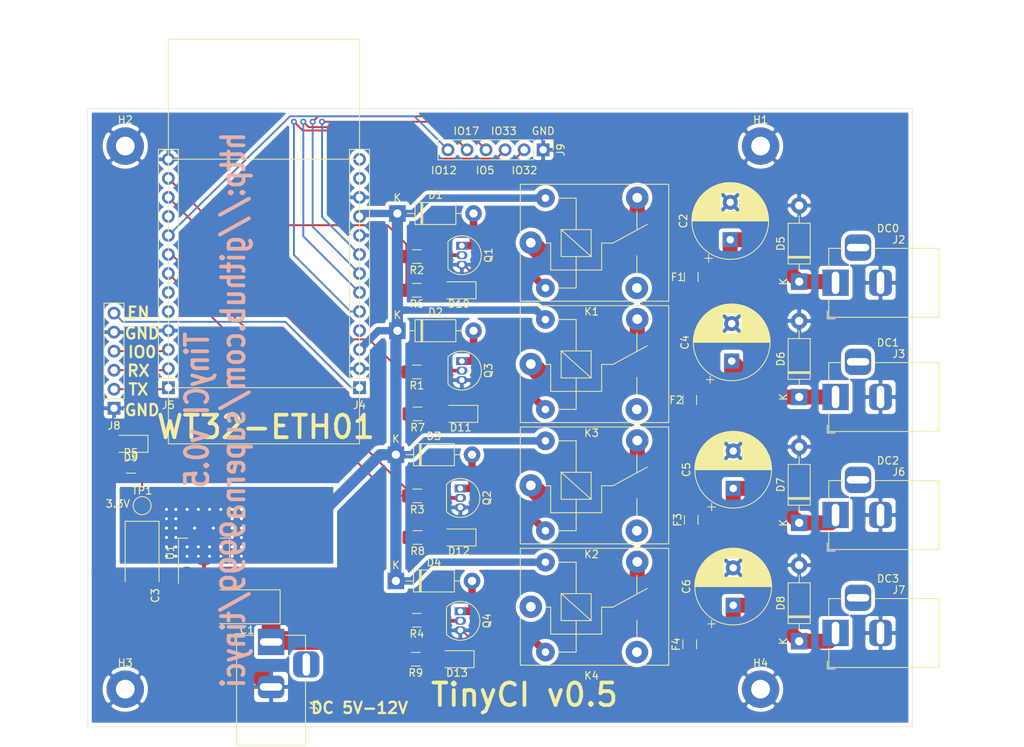
<source format=kicad_pcb>
(kicad_pcb (version 20171130) (host pcbnew 5.1.5+dfsg1-2build2)
  (layers (0 F.Cu signal) (31 B.Cu signal) (34 B.Paste user) (35 F.Paste user) (36 B.SilkS user) (37 F.SilkS user) (38 B.Mask user) (39 F.Mask user) (44 Edge.Cuts user))
  (net 0 "")
  (net 1 GND)
  (net 2 VDC)
  (net 3 /COIL_1_1)
  (net 4 /COIL_1_2)
  (net 5 /COIL_1_3)
  (net 6 /COIL_1_4)
  (net 7 /IO17)
  (net 8 /IO5)
  (net 9 /EN)
  (net 10 /IO14)
  (net 11 /IO15)
  (net 12 "Net-(Q1-Pad2)")
  (net 13 "Net-(Q2-Pad2)")
  (net 14 "Net-(Q3-Pad2)")
  (net 15 "Net-(Q4-Pad2)")
  (net 16 "Net-(C2-Pad1)")
  (net 17 "Net-(C4-Pad1)")
  (net 18 "Net-(C5-Pad1)")
  (net 19 "Net-(C6-Pad1)")
  (net 20 +3V3)
  (net 21 /NO_1)
  (net 22 /NO_2)
  (net 23 /NO_3)
  (net 24 /NO_4)
  (net 25 "Net-(J4-Pad13)")
  (net 26 "Net-(J4-Pad12)")
  (net 27 /485_EN)
  (net 28 /CFG)
  (net 29 "Net-(J4-Pad4)")
  (net 30 /IO2)
  (net 31 /IO4)
  (net 32 /IO35)
  (net 33 /IO12)
  (net 34 /IO36)
  (net 35 /IO39)
  (net 36 /IO0)
  (net 37 /IO3)
  (net 38 /IO1)
  (net 39 "Net-(K1-Pad3)")
  (net 40 "Net-(K2-Pad3)")
  (net 41 "Net-(K3-Pad3)")
  (net 42 "Net-(K4-Pad3)")
  (net 43 "Net-(D9-Pad2)")
  (net 44 "Net-(D10-Pad2)")
  (net 45 "Net-(D11-Pad2)")
  (net 46 "Net-(D12-Pad2)")
  (net 47 "Net-(D13-Pad2)")
  (module Resistor_SMD:R_1206_3216Metric (layer F.Cu) (at 131.25 121 180)
    (fp_text reference R9 (at 0 -1.82) (layer F.SilkS))
    (fp_text value 220R)
    (pad 2 smd roundrect (at 1.4 0 180) (size 1.25 1.75) (layers F.Cu F.Paste F.Mask) (roundrect_rratio 0.2) (net 11 /IO15))
    (pad 1 smd roundrect (at -1.4 0 180) (size 1.25 1.75) (layers F.Cu F.Paste F.Mask) (roundrect_rratio 0.2) (net 47 "Net-(D13-Pad2)"))
  )
  (module Resistor_SMD:R_1206_3216Metric (layer F.Cu) (at 131.5 104.75 180)
    (fp_text reference R8 (at 0 -1.82) (layer F.SilkS))
    (fp_text value 220R)
    (pad 2 smd roundrect (at 1.4 0 180) (size 1.25 1.75) (layers F.Cu F.Paste F.Mask) (roundrect_rratio 0.2) (net 10 /IO14))
    (pad 1 smd roundrect (at -1.4 0 180) (size 1.25 1.75) (layers F.Cu F.Paste F.Mask) (roundrect_rratio 0.2) (net 46 "Net-(D12-Pad2)"))
  )
  (module Resistor_SMD:R_1206_3216Metric (layer F.Cu) (at 131.5 88.25 180)
    (fp_text reference R7 (at 0 -1.82) (layer F.SilkS))
    (fp_text value 220R)
    (pad 2 smd roundrect (at 1.4 0 180) (size 1.25 1.75) (layers F.Cu F.Paste F.Mask) (roundrect_rratio 0.2) (net 31 /IO4))
    (pad 1 smd roundrect (at -1.4 0 180) (size 1.25 1.75) (layers F.Cu F.Paste F.Mask) (roundrect_rratio 0.2) (net 45 "Net-(D11-Pad2)"))
  )
  (module Resistor_SMD:R_1206_3216Metric (layer F.Cu) (at 131.4 71.75 180)
    (fp_text reference R6 (at 0 -1.82) (layer F.SilkS))
    (fp_text value 220R)
    (pad 2 smd roundrect (at 1.4 0 180) (size 1.25 1.75) (layers F.Cu F.Paste F.Mask) (roundrect_rratio 0.2) (net 30 /IO2))
    (pad 1 smd roundrect (at -1.4 0 180) (size 1.25 1.75) (layers F.Cu F.Paste F.Mask) (roundrect_rratio 0.2) (net 44 "Net-(D10-Pad2)"))
  )
  (module Resistor_SMD:R_1206_3216Metric (layer F.Cu) (at 93.25 95.25)
    (fp_text reference R5 (at 0 -1.82) (layer F.SilkS))
    (fp_text value 220R)
    (pad 2 smd roundrect (at 1.4 0) (size 1.25 1.75) (layers F.Cu F.Paste F.Mask) (roundrect_rratio 0.2) (net 20 +3V3))
    (pad 1 smd roundrect (at -1.4 0) (size 1.25 1.75) (layers F.Cu F.Paste F.Mask) (roundrect_rratio 0.2) (net 43 "Net-(D9-Pad2)"))
  )
  (module LED_SMD:LED_1206_3216Metric (layer F.Cu) (at 136.75 121 180)
    (fp_text reference D13 (at 0 -1.82) (layer F.SilkS))
    (fp_text value LED)
    (pad 2 smd roundrect (at 1.4 0 180) (size 1.25 1.75) (layers F.Cu F.Paste F.Mask) (roundrect_rratio 0.2) (net 47 "Net-(D13-Pad2)"))
    (pad 1 smd roundrect (at -1.4 0 180) (size 1.25 1.75) (layers F.Cu F.Paste F.Mask) (roundrect_rratio 0.2) (net 1 GND))
  )
  (module LED_SMD:LED_1206_3216Metric (layer F.Cu) (at 137 104.75 180)
    (fp_text reference D12 (at 0 -1.82) (layer F.SilkS))
    (fp_text value LED)
    (pad 2 smd roundrect (at 1.4 0 180) (size 1.25 1.75) (layers F.Cu F.Paste F.Mask) (roundrect_rratio 0.2) (net 46 "Net-(D12-Pad2)"))
    (pad 1 smd roundrect (at -1.4 0 180) (size 1.25 1.75) (layers F.Cu F.Paste F.Mask) (roundrect_rratio 0.2) (net 1 GND))
  )
  (module LED_SMD:LED_1206_3216Metric (layer F.Cu) (at 137.25 88.25 180)
    (fp_text reference D11 (at 0 -1.82) (layer F.SilkS))
    (fp_text value LED)
    (pad 2 smd roundrect (at 1.4 0 180) (size 1.25 1.75) (layers F.Cu F.Paste F.Mask) (roundrect_rratio 0.2) (net 45 "Net-(D11-Pad2)"))
    (pad 1 smd roundrect (at -1.4 0 180) (size 1.25 1.75) (layers F.Cu F.Paste F.Mask) (roundrect_rratio 0.2) (net 1 GND))
  )
  (module LED_SMD:LED_1206_3216Metric (layer F.Cu) (at 137 71.75 180)
    (fp_text reference D10 (at 0 -1.82) (layer F.SilkS))
    (fp_text value LED)
    (pad 2 smd roundrect (at 1.4 0 180) (size 1.25 1.75) (layers F.Cu F.Paste F.Mask) (roundrect_rratio 0.2) (net 44 "Net-(D10-Pad2)"))
    (pad 1 smd roundrect (at -1.4 0 180) (size 1.25 1.75) (layers F.Cu F.Paste F.Mask) (roundrect_rratio 0.2) (net 1 GND))
  )
  (module LED_SMD:LED_1206_3216Metric (layer F.Cu) (at 93.25 92.25 180)
    (fp_text reference D9 (at 0 -1.82) (layer F.SilkS))
    (fp_text value LED)
    (pad 2 smd roundrect (at 1.4 0 180) (size 1.25 1.75) (layers F.Cu F.Paste F.Mask) (roundrect_rratio 0.2) (net 43 "Net-(D9-Pad2)"))
    (pad 1 smd roundrect (at -1.4 0 180) (size 1.25 1.75) (layers F.Cu F.Paste F.Mask) (roundrect_rratio 0.2) (net 1 GND))
  )
  (module Connector_PinHeader_2.54mm:PinHeader_1x06_P2.54mm_Vertical (layer F.Cu) (at 148.25 53 270)
    (fp_text reference J9 (at 0 -2.33 90) (layer F.SilkS))
    (fp_text value Conn_01x06_Male)
    (pad 6 thru_hole oval (at 0 12.7 270) (size 1.7 1.7) (drill 1) (layers *.Cu *.Mask) (net 33 /IO12))
    (pad 5 thru_hole oval (at 0 10.16 270) (size 1.7 1.7) (drill 1) (layers *.Cu *.Mask) (net 7 /IO17))
    (pad 4 thru_hole oval (at 0 7.62 270) (size 1.7 1.7) (drill 1) (layers *.Cu *.Mask) (net 8 /IO5))
    (pad 3 thru_hole oval (at 0 5.08 270) (size 1.7 1.7) (drill 1) (layers *.Cu *.Mask) (net 27 /485_EN))
    (pad 2 thru_hole oval (at 0 2.54 270) (size 1.7 1.7) (drill 1) (layers *.Cu *.Mask) (net 28 /CFG))
    (pad 1 thru_hole rect (at 0 0 270) (size 1.7 1.7) (drill 1) (layers *.Cu *.Mask) (net 1 GND))
  )
  (module Connector_PinHeader_2.54mm:PinHeader_1x06_P2.54mm_Vertical (layer F.Cu) (at 91 87.5 180)
    (fp_text reference J8 (at 0 -2.33) (layer F.SilkS))
    (fp_text value Conn_01x06_Male)
    (pad 6 thru_hole oval (at 0 12.7 180) (size 1.7 1.7) (drill 1) (layers *.Cu *.Mask) (net 9 /EN))
    (pad 5 thru_hole oval (at 0 10.16 180) (size 1.7 1.7) (drill 1) (layers *.Cu *.Mask) (net 1 GND))
    (pad 4 thru_hole oval (at 0 7.62 180) (size 1.7 1.7) (drill 1) (layers *.Cu *.Mask) (net 36 /IO0))
    (pad 3 thru_hole oval (at 0 5.08 180) (size 1.7 1.7) (drill 1) (layers *.Cu *.Mask) (net 37 /IO3))
    (pad 2 thru_hole oval (at 0 2.54 180) (size 1.7 1.7) (drill 1) (layers *.Cu *.Mask) (net 38 /IO1))
    (pad 1 thru_hole rect (at 0 0 180) (size 1.7 1.7) (drill 1) (layers *.Cu *.Mask) (net 1 GND))
  )
  (module Connector_PinHeader_2.54mm:PinHeader_1x13_P2.54mm_Vertical (layer F.Cu) (at 98.25 84.75 180)
    (fp_text reference J5 (at 0 -2.33) (layer F.SilkS))
    (fp_text value Conn_01x13_Male)
    (pad 13 thru_hole oval (at 0 30.48 180) (size 1.7 1.7) (drill 1) (layers *.Cu *.Mask) (net 1 GND))
    (pad 12 thru_hole oval (at 0 27.94 180) (size 1.7 1.7) (drill 1) (layers *.Cu *.Mask) (net 30 /IO2))
    (pad 11 thru_hole oval (at 0 25.4 180) (size 1.7 1.7) (drill 1) (layers *.Cu *.Mask) (net 31 /IO4))
    (pad 10 thru_hole oval (at 0 22.86 180) (size 1.7 1.7) (drill 1) (layers *.Cu *.Mask) (net 32 /IO35))
    (pad 9 thru_hole oval (at 0 20.32 180) (size 1.7 1.7) (drill 1) (layers *.Cu *.Mask) (net 33 /IO12))
    (pad 8 thru_hole oval (at 0 17.78 180) (size 1.7 1.7) (drill 1) (layers *.Cu *.Mask) (net 10 /IO14))
    (pad 7 thru_hole oval (at 0 15.24 180) (size 1.7 1.7) (drill 1) (layers *.Cu *.Mask) (net 11 /IO15))
    (pad 6 thru_hole oval (at 0 12.7 180) (size 1.7 1.7) (drill 1) (layers *.Cu *.Mask) (net 34 /IO36))
    (pad 5 thru_hole oval (at 0 10.16 180) (size 1.7 1.7) (drill 1) (layers *.Cu *.Mask) (net 35 /IO39))
    (pad 4 thru_hole oval (at 0 7.62 180) (size 1.7 1.7) (drill 1) (layers *.Cu *.Mask) (net 1 GND))
    (pad 3 thru_hole oval (at 0 5.08 180) (size 1.7 1.7) (drill 1) (layers *.Cu *.Mask) (net 36 /IO0))
    (pad 2 thru_hole oval (at 0 2.54 180) (size 1.7 1.7) (drill 1) (layers *.Cu *.Mask) (net 37 /IO3))
    (pad 1 thru_hole rect (at 0 0 180) (size 1.7 1.7) (drill 1) (layers *.Cu *.Mask) (net 38 /IO1))
  )
  (module Connector_PinHeader_2.54mm:PinHeader_1x13_P2.54mm_Vertical (layer F.Cu) (at 123.75 84.75 180)
    (fp_text reference J4 (at 0 -2.33) (layer F.SilkS))
    (fp_text value Conn_01x13_Male)
    (pad 13 thru_hole oval (at 0 30.48 180) (size 1.7 1.7) (drill 1) (layers *.Cu *.Mask) (net 25 "Net-(J4-Pad13)"))
    (pad 12 thru_hole oval (at 0 27.94 180) (size 1.7 1.7) (drill 1) (layers *.Cu *.Mask) (net 26 "Net-(J4-Pad12)"))
    (pad 11 thru_hole oval (at 0 25.4 180) (size 1.7 1.7) (drill 1) (layers *.Cu *.Mask) (net 1 GND))
    (pad 10 thru_hole oval (at 0 22.86 180) (size 1.7 1.7) (drill 1) (layers *.Cu *.Mask) (net 20 +3V3))
    (pad 9 thru_hole oval (at 0 20.32 180) (size 1.7 1.7) (drill 1) (layers *.Cu *.Mask) (net 1 GND))
    (pad 8 thru_hole oval (at 0 17.78 180) (size 1.7 1.7) (drill 1) (layers *.Cu *.Mask) (net 7 /IO17))
    (pad 7 thru_hole oval (at 0 15.24 180) (size 1.7 1.7) (drill 1) (layers *.Cu *.Mask) (net 8 /IO5))
    (pad 6 thru_hole oval (at 0 12.7 180) (size 1.7 1.7) (drill 1) (layers *.Cu *.Mask) (net 27 /485_EN))
    (pad 5 thru_hole oval (at 0 10.16 180) (size 1.7 1.7) (drill 1) (layers *.Cu *.Mask) (net 28 /CFG))
    (pad 4 thru_hole oval (at 0 7.62 180) (size 1.7 1.7) (drill 1) (layers *.Cu *.Mask) (net 29 "Net-(J4-Pad4)"))
    (pad 3 thru_hole oval (at 0 5.08 180) (size 1.7 1.7) (drill 1) (layers *.Cu *.Mask) (net 20 +3V3))
    (pad 2 thru_hole oval (at 0 2.54 180) (size 1.7 1.7) (drill 1) (layers *.Cu *.Mask) (net 1 GND))
    (pad 1 thru_hole rect (at 0 0 180) (size 1.7 1.7) (drill 1) (layers *.Cu *.Mask) (net 9 /EN))
  )
  (module Package_TO_SOT_SMD:SOT-223-3_TabPin2 (layer F.Cu) (at 103 106.75 90)
    (fp_text reference U1 (at 0 -4.5 90) (layer F.SilkS))
    (fp_text value AMS1117-3.3)
    (pad 1 smd rect (at -3.15 -2.3 90) (size 2 1.5) (layers F.Cu F.Paste F.Mask) (net 1 GND))
    (pad 3 smd rect (at -3.15 2.3 90) (size 2 1.5) (layers F.Cu F.Paste F.Mask) (net 2 VDC))
    (pad 2 smd rect (at -3.15 0 90) (size 2 1.5) (layers F.Cu F.Paste F.Mask) (net 20 +3V3))
    (pad 2 smd rect (at 3.15 0 90) (size 2 3.8) (layers F.Cu F.Paste F.Mask) (net 20 +3V3))
  )
  (module TestPoint:TestPoint_Pad_D2.0mm (layer F.Cu) (at 94.75 100.5)
    (fp_text reference TP1 (at 0 -1.998) (layer F.SilkS))
    (fp_text value TestPoint)
    (pad 1 smd circle (at 0 0) (size 2 2) (layers F.Cu F.Mask) (net 20 +3V3))
  )
  (module MountingHole:MountingHole_2.5mm_Pad (layer F.Cu) (at 177.25 125)
    (fp_text reference H4 (at 0 -3.5) (layer F.SilkS))
    (fp_text value MountingHole_Pad)
    (pad 1 thru_hole circle (at 0 0) (size 5 5) (drill 2.5) (layers *.Cu *.Mask) (net 1 GND))
  )
  (module MountingHole:MountingHole_2.5mm_Pad (layer F.Cu) (at 92.5 125)
    (fp_text reference H3 (at 0 -3.5) (layer F.SilkS))
    (fp_text value MountingHole_Pad)
    (pad 1 thru_hole circle (at 0 0) (size 5 5) (drill 2.5) (layers *.Cu *.Mask) (net 1 GND))
  )
  (module MountingHole:MountingHole_2.5mm_Pad (layer F.Cu) (at 92.5 52.5)
    (fp_text reference H2 (at 0 -3.5) (layer F.SilkS))
    (fp_text value MountingHole_Pad)
    (pad 1 thru_hole circle (at 0 0) (size 5 5) (drill 2.5) (layers *.Cu *.Mask) (net 1 GND))
  )
  (module MountingHole:MountingHole_2.5mm_Pad (layer F.Cu) (at 177.25 52.5)
    (fp_text reference H1 (at 0 -3.5) (layer F.SilkS))
    (fp_text value MountingHole_Pad)
    (pad 1 thru_hole circle (at 0 0) (size 5 5) (drill 2.5) (layers *.Cu *.Mask) (net 1 GND))
  )
  (module Capacitor_Tantalum_SMD:CP_EIA-7343-31_Kemet-D (layer F.Cu) (at 94.75 107 270)
    (fp_text reference C3 (at 5.5 -1.75 90) (layer F.SilkS))
    (fp_text value 10uF)
    (pad 2 smd roundrect (at 3.1125 0 270) (size 2.075 2.55) (layers F.Cu F.Paste F.Mask) (roundrect_rratio 0.120482) (net 1 GND))
    (pad 1 smd roundrect (at -3.1125 0 270) (size 2.075 2.55) (layers F.Cu F.Paste F.Mask) (roundrect_rratio 0.120482) (net 20 +3V3))
  )
  (module Capacitor_Tantalum_SMD:CP_EIA-7343-31_Kemet-D (layer F.Cu) (at 108.75 114 180)
    (fp_text reference C1 (at 0 -3.1) (layer F.SilkS))
    (fp_text value 10uF)
    (pad 2 smd roundrect (at 3.1125 0 180) (size 2.075 2.55) (layers F.Cu F.Paste F.Mask) (roundrect_rratio 0.120482) (net 1 GND))
    (pad 1 smd roundrect (at -3.1125 0 180) (size 2.075 2.55) (layers F.Cu F.Paste F.Mask) (roundrect_rratio 0.120482) (net 2 VDC))
  )
  (module Connector_BarrelJack:BarrelJack_Horizontal (layer F.Cu) (at 187.25 86 180)
    (fp_text reference J3 (at -8.45 5.75) (layer F.SilkS))
    (fp_text value Jack-DC)
    (pad 3 thru_hole roundrect (at -3 4.7 180) (size 3.5 3.5) (drill oval 3 1) (layers *.Cu *.Mask))
    (pad 2 thru_hole roundrect (at -6 0 180) (size 3 3.5) (drill oval 1 3) (layers *.Cu *.Mask) (net 1 GND))
    (pad 1 thru_hole rect (at 0 0 180) (size 3.5 3.5) (drill oval 1 3) (layers *.Cu *.Mask) (net 17 "Net-(C4-Pad1)"))
  )
  (module Package_TO_SOT_THT:TO-92_Inline (layer F.Cu) (at 137.2 114.6 270)
    (fp_text reference Q4 (at 1.27 -3.56 90) (layer F.SilkS))
    (fp_text value BC337)
    (pad 1 thru_hole rect (at 0 0 270) (size 1.05 1.5) (drill 0.75) (layers *.Cu *.Mask) (net 6 /COIL_1_4))
    (pad 3 thru_hole oval (at 2.54 0 270) (size 1.05 1.5) (drill 0.75) (layers *.Cu *.Mask) (net 1 GND))
    (pad 2 thru_hole oval (at 1.27 0 270) (size 1.05 1.5) (drill 0.75) (layers *.Cu *.Mask) (net 15 "Net-(Q4-Pad2)"))
  )
  (module Package_TO_SOT_THT:TO-92_Inline (layer F.Cu) (at 137.4 81.2 270)
    (fp_text reference Q3 (at 1.27 -3.56 90) (layer F.SilkS))
    (fp_text value BC337)
    (pad 1 thru_hole rect (at 0 0 270) (size 1.05 1.5) (drill 0.75) (layers *.Cu *.Mask) (net 4 /COIL_1_2))
    (pad 3 thru_hole oval (at 2.54 0 270) (size 1.05 1.5) (drill 0.75) (layers *.Cu *.Mask) (net 1 GND))
    (pad 2 thru_hole oval (at 1.27 0 270) (size 1.05 1.5) (drill 0.75) (layers *.Cu *.Mask) (net 14 "Net-(Q3-Pad2)"))
  )
  (module Package_TO_SOT_THT:TO-92_Inline (layer F.Cu) (at 137.2 98.2 270)
    (fp_text reference Q2 (at 1.27 -3.56 90) (layer F.SilkS))
    (fp_text value BC337)
    (pad 1 thru_hole rect (at 0 0 270) (size 1.05 1.5) (drill 0.75) (layers *.Cu *.Mask) (net 5 /COIL_1_3))
    (pad 3 thru_hole oval (at 2.54 0 270) (size 1.05 1.5) (drill 0.75) (layers *.Cu *.Mask) (net 1 GND))
    (pad 2 thru_hole oval (at 1.27 0 270) (size 1.05 1.5) (drill 0.75) (layers *.Cu *.Mask) (net 13 "Net-(Q2-Pad2)"))
  )
  (module Package_TO_SOT_THT:TO-92_Inline (layer F.Cu) (at 137.4 65.8 270)
    (fp_text reference Q1 (at 1.27 -3.56 90) (layer F.SilkS))
    (fp_text value BC337)
    (pad 1 thru_hole rect (at 0 0 270) (size 1.05 1.5) (drill 0.75) (layers *.Cu *.Mask) (net 3 /COIL_1_1))
    (pad 3 thru_hole oval (at 2.54 0 270) (size 1.05 1.5) (drill 0.75) (layers *.Cu *.Mask) (net 1 GND))
    (pad 2 thru_hole oval (at 1.27 0 270) (size 1.05 1.5) (drill 0.75) (layers *.Cu *.Mask) (net 12 "Net-(Q1-Pad2)"))
  )
  (module Relay_THT:Relay_SPDT_SANYOU_SRD_Series_Form_C (layer F.Cu) (at 146.6 114)
    (fp_text reference K4 (at 8.1 9.2) (layer F.SilkS))
    (fp_text value SANYOU_SRD_Form_C)
    (pad 1 thru_hole circle (at 0 0 90) (size 3 3) (drill 1.3) (layers *.Cu *.Mask) (net 2 VDC))
    (pad 5 thru_hole circle (at 1.95 -5.95 90) (size 2.5 2.5) (drill 1) (layers *.Cu *.Mask) (net 20 +3V3))
    (pad 4 thru_hole circle (at 14.2 -6 90) (size 3 3) (drill 1.3) (layers *.Cu *.Mask) (net 24 /NO_4))
    (pad 3 thru_hole circle (at 14.15 6.05 90) (size 3 3) (drill 1.3) (layers *.Cu *.Mask) (net 42 "Net-(K4-Pad3)"))
    (pad 2 thru_hole circle (at 1.95 6.05 90) (size 2.5 2.5) (drill 1) (layers *.Cu *.Mask) (net 6 /COIL_1_4))
  )
  (module Relay_THT:Relay_SPDT_SANYOU_SRD_Series_Form_C (layer F.Cu) (at 146.6 81.6)
    (fp_text reference K3 (at 8.1 9.2) (layer F.SilkS))
    (fp_text value SANYOU_SRD_Form_C)
    (pad 1 thru_hole circle (at 0 0 90) (size 3 3) (drill 1.3) (layers *.Cu *.Mask) (net 2 VDC))
    (pad 5 thru_hole circle (at 1.95 -5.95 90) (size 2.5 2.5) (drill 1) (layers *.Cu *.Mask) (net 20 +3V3))
    (pad 4 thru_hole circle (at 14.2 -6 90) (size 3 3) (drill 1.3) (layers *.Cu *.Mask) (net 22 /NO_2))
    (pad 3 thru_hole circle (at 14.15 6.05 90) (size 3 3) (drill 1.3) (layers *.Cu *.Mask) (net 41 "Net-(K3-Pad3)"))
    (pad 2 thru_hole circle (at 1.95 6.05 90) (size 2.5 2.5) (drill 1) (layers *.Cu *.Mask) (net 4 /COIL_1_2))
  )
  (module Relay_THT:Relay_SPDT_SANYOU_SRD_Series_Form_C (layer F.Cu) (at 146.6 97.8)
    (fp_text reference K2 (at 8.1 9.2) (layer F.SilkS))
    (fp_text value SANYOU_SRD_Form_C)
    (pad 1 thru_hole circle (at 0 0 90) (size 3 3) (drill 1.3) (layers *.Cu *.Mask) (net 2 VDC))
    (pad 5 thru_hole circle (at 1.95 -5.95 90) (size 2.5 2.5) (drill 1) (layers *.Cu *.Mask) (net 20 +3V3))
    (pad 4 thru_hole circle (at 14.2 -6 90) (size 3 3) (drill 1.3) (layers *.Cu *.Mask) (net 23 /NO_3))
    (pad 3 thru_hole circle (at 14.15 6.05 90) (size 3 3) (drill 1.3) (layers *.Cu *.Mask) (net 40 "Net-(K2-Pad3)"))
    (pad 2 thru_hole circle (at 1.95 6.05 90) (size 2.5 2.5) (drill 1) (layers *.Cu *.Mask) (net 5 /COIL_1_3))
  )
  (module Relay_THT:Relay_SPDT_SANYOU_SRD_Series_Form_C (layer F.Cu) (at 146.6 65.4)
    (fp_text reference K1 (at 8.1 9.2) (layer F.SilkS))
    (fp_text value SANYOU_SRD_Form_C)
    (pad 1 thru_hole circle (at 0 0 90) (size 3 3) (drill 1.3) (layers *.Cu *.Mask) (net 2 VDC))
    (pad 5 thru_hole circle (at 1.95 -5.95 90) (size 2.5 2.5) (drill 1) (layers *.Cu *.Mask) (net 20 +3V3))
    (pad 4 thru_hole circle (at 14.2 -6 90) (size 3 3) (drill 1.3) (layers *.Cu *.Mask) (net 21 /NO_1))
    (pad 3 thru_hole circle (at 14.15 6.05 90) (size 3 3) (drill 1.3) (layers *.Cu *.Mask) (net 39 "Net-(K1-Pad3)"))
    (pad 2 thru_hole circle (at 1.95 6.05 90) (size 2.5 2.5) (drill 1) (layers *.Cu *.Mask) (net 3 /COIL_1_1))
  )
  (module Fuse:Fuse_1206_3216Metric (layer F.Cu) (at 167.8 119 90)
    (fp_text reference F4 (at 0 -1.82 90) (layer F.SilkS))
    (fp_text value Polyfuse)
    (pad 2 smd roundrect (at 1.4 0 90) (size 1.25 1.75) (layers F.Cu F.Paste F.Mask) (roundrect_rratio 0.2) (net 24 /NO_4))
    (pad 1 smd roundrect (at -1.4 0 90) (size 1.25 1.75) (layers F.Cu F.Paste F.Mask) (roundrect_rratio 0.2) (net 19 "Net-(C6-Pad1)"))
  )
  (module Fuse:Fuse_1206_3216Metric (layer F.Cu) (at 168 102.4 90)
    (fp_text reference F3 (at 0 -1.82 90) (layer F.SilkS))
    (fp_text value Polyfuse)
    (pad 2 smd roundrect (at 1.4 0 90) (size 1.25 1.75) (layers F.Cu F.Paste F.Mask) (roundrect_rratio 0.2) (net 23 /NO_3))
    (pad 1 smd roundrect (at -1.4 0 90) (size 1.25 1.75) (layers F.Cu F.Paste F.Mask) (roundrect_rratio 0.2) (net 18 "Net-(C5-Pad1)"))
  )
  (module Fuse:Fuse_1206_3216Metric (layer F.Cu) (at 167.8 86.4 90)
    (fp_text reference F2 (at 0 -1.82) (layer F.SilkS))
    (fp_text value Polyfuse)
    (pad 2 smd roundrect (at 1.4 0 90) (size 1.25 1.75) (layers F.Cu F.Paste F.Mask) (roundrect_rratio 0.2) (net 22 /NO_2))
    (pad 1 smd roundrect (at -1.4 0 90) (size 1.25 1.75) (layers F.Cu F.Paste F.Mask) (roundrect_rratio 0.2) (net 17 "Net-(C4-Pad1)"))
  )
  (module Fuse:Fuse_1206_3216Metric (layer F.Cu) (at 168 70 90)
    (fp_text reference F1 (at 0 -1.82) (layer F.SilkS))
    (fp_text value Polyfuse)
    (pad 2 smd roundrect (at 1.4 0 90) (size 1.25 1.75) (layers F.Cu F.Paste F.Mask) (roundrect_rratio 0.2) (net 21 /NO_1))
    (pad 1 smd roundrect (at -1.4 0 90) (size 1.25 1.75) (layers F.Cu F.Paste F.Mask) (roundrect_rratio 0.2) (net 16 "Net-(C2-Pad1)"))
  )
  (module Diode_THT:D_DO-41_SOD81_P10.16mm_Horizontal (layer F.Cu) (at 182.4 118.6 90)
    (fp_text reference D8 (at 5.08 -2.47 90) (layer F.SilkS))
    (fp_text value 1N4001)
    (fp_text user K (at 0 -2.1 90) (layer F.SilkS))
    (pad 2 thru_hole oval (at 10.16 0 90) (size 2.2 2.2) (drill 1.1) (layers *.Cu *.Mask) (net 1 GND))
    (pad 1 thru_hole rect (at 0 0 90) (size 2.2 2.2) (drill 1.1) (layers *.Cu *.Mask) (net 19 "Net-(C6-Pad1)"))
  )
  (module Diode_THT:D_DO-41_SOD81_P10.16mm_Horizontal (layer F.Cu) (at 182.4 102.8 90)
    (fp_text reference D7 (at 5.08 -2.47 90) (layer F.SilkS))
    (fp_text value 1N4001)
    (fp_text user K (at 0 -2.1 90) (layer F.SilkS))
    (pad 2 thru_hole oval (at 10.16 0 90) (size 2.2 2.2) (drill 1.1) (layers *.Cu *.Mask) (net 1 GND))
    (pad 1 thru_hole rect (at 0 0 90) (size 2.2 2.2) (drill 1.1) (layers *.Cu *.Mask) (net 18 "Net-(C5-Pad1)"))
  )
  (module Diode_THT:D_DO-41_SOD81_P10.16mm_Horizontal (layer F.Cu) (at 182.4 86 90)
    (fp_text reference D6 (at 5.08 -2.47 90) (layer F.SilkS))
    (fp_text value 1N4001)
    (fp_text user K (at 0 -2.1 90) (layer F.SilkS))
    (pad 2 thru_hole oval (at 10.16 0 90) (size 2.2 2.2) (drill 1.1) (layers *.Cu *.Mask) (net 1 GND))
    (pad 1 thru_hole rect (at 0 0 90) (size 2.2 2.2) (drill 1.1) (layers *.Cu *.Mask) (net 17 "Net-(C4-Pad1)"))
  )
  (module Diode_THT:D_DO-41_SOD81_P10.16mm_Horizontal (layer F.Cu) (at 182.4 70.6 90)
    (fp_text reference D5 (at 5.08 -2.47 90) (layer F.SilkS))
    (fp_text value 1N4001)
    (fp_text user K (at 0 -2.1 90) (layer F.SilkS))
    (pad 2 thru_hole oval (at 10.16 0 90) (size 2.2 2.2) (drill 1.1) (layers *.Cu *.Mask) (net 1 GND))
    (pad 1 thru_hole rect (at 0 0 90) (size 2.2 2.2) (drill 1.1) (layers *.Cu *.Mask) (net 16 "Net-(C2-Pad1)"))
  )
  (module Capacitor_THT:CP_Radial_D10.0mm_P5.00mm (layer F.Cu) (at 173.6 113.8 90)
    (fp_text reference C6 (at 2.5 -6.25 90) (layer F.SilkS))
    (fp_text value 1000uF)
    (pad 2 thru_hole circle (at 5 0 90) (size 2 2) (drill 1) (layers *.Cu *.Mask) (net 1 GND))
    (pad 1 thru_hole rect (at 0 0 90) (size 2 2) (drill 1) (layers *.Cu *.Mask) (net 19 "Net-(C6-Pad1)"))
  )
  (module Capacitor_THT:CP_Radial_D10.0mm_P5.00mm (layer F.Cu) (at 173.6 98.2 90)
    (fp_text reference C5 (at 2.5 -6.25 90) (layer F.SilkS))
    (fp_text value 1000uF)
    (pad 2 thru_hole circle (at 5 0 90) (size 2 2) (drill 1) (layers *.Cu *.Mask) (net 1 GND))
    (pad 1 thru_hole rect (at 0 0 90) (size 2 2) (drill 1) (layers *.Cu *.Mask) (net 18 "Net-(C5-Pad1)"))
  )
  (module Capacitor_THT:CP_Radial_D10.0mm_P5.00mm (layer F.Cu) (at 173.4 81.2 90)
    (fp_text reference C4 (at 2.5 -6.25 90) (layer F.SilkS))
    (fp_text value 1000uF)
    (pad 2 thru_hole circle (at 5 0 90) (size 2 2) (drill 1) (layers *.Cu *.Mask) (net 1 GND))
    (pad 1 thru_hole rect (at 0 0 90) (size 2 2) (drill 1) (layers *.Cu *.Mask) (net 17 "Net-(C4-Pad1)"))
  )
  (module Capacitor_THT:CP_Radial_D10.0mm_P5.00mm (layer F.Cu) (at 173.2 65 90)
    (fp_text reference C2 (at 2.5 -6.25 90) (layer F.SilkS))
    (fp_text value 1000uF)
    (pad 2 thru_hole circle (at 5 0 90) (size 2 2) (drill 1) (layers *.Cu *.Mask) (net 1 GND))
    (pad 1 thru_hole rect (at 0 0 90) (size 2 2) (drill 1) (layers *.Cu *.Mask) (net 16 "Net-(C2-Pad1)"))
  )
  (module Resistor_SMD:R_1206_3216Metric (layer F.Cu) (at 131.4 115.8 180)
    (fp_text reference R4 (at 0 -1.82) (layer F.SilkS))
    (fp_text value 1K)
    (pad 2 smd roundrect (at 1.4 0 180) (size 1.25 1.75) (layers F.Cu F.Paste F.Mask) (roundrect_rratio 0.2) (net 11 /IO15))
    (pad 1 smd roundrect (at -1.4 0 180) (size 1.25 1.75) (layers F.Cu F.Paste F.Mask) (roundrect_rratio 0.2) (net 15 "Net-(Q4-Pad2)"))
  )
  (module Resistor_SMD:R_1206_3216Metric (layer F.Cu) (at 131.45 99.2 180)
    (fp_text reference R3 (at 0 -1.82) (layer F.SilkS))
    (fp_text value 1K)
    (pad 2 smd roundrect (at 1.4 0 180) (size 1.25 1.75) (layers F.Cu F.Paste F.Mask) (roundrect_rratio 0.2) (net 10 /IO14))
    (pad 1 smd roundrect (at -1.4 0 180) (size 1.25 1.75) (layers F.Cu F.Paste F.Mask) (roundrect_rratio 0.2) (net 13 "Net-(Q2-Pad2)"))
  )
  (module Resistor_SMD:R_1206_3216Metric (layer F.Cu) (at 131.4 67.25 180)
    (fp_text reference R2 (at 0 -1.82) (layer F.SilkS))
    (fp_text value 1K)
    (pad 2 smd roundrect (at 1.4 0 180) (size 1.25 1.75) (layers F.Cu F.Paste F.Mask) (roundrect_rratio 0.2) (net 30 /IO2))
    (pad 1 smd roundrect (at -1.4 0 180) (size 1.25 1.75) (layers F.Cu F.Paste F.Mask) (roundrect_rratio 0.2) (net 12 "Net-(Q1-Pad2)"))
  )
  (module Resistor_SMD:R_1206_3216Metric (layer F.Cu) (at 131.4 82.65 180)
    (fp_text reference R1 (at 0 -1.82) (layer F.SilkS))
    (fp_text value 1K)
    (pad 2 smd roundrect (at 1.4 0 180) (size 1.25 1.75) (layers F.Cu F.Paste F.Mask) (roundrect_rratio 0.2) (net 31 /IO4))
    (pad 1 smd roundrect (at -1.4 0 180) (size 1.25 1.75) (layers F.Cu F.Paste F.Mask) (roundrect_rratio 0.2) (net 14 "Net-(Q3-Pad2)"))
  )
  (module Connector_BarrelJack:BarrelJack_Horizontal (layer F.Cu) (at 187.25 117.5 180)
    (fp_text reference J7 (at -8.45 5.75) (layer F.SilkS))
    (fp_text value Jack-DC)
    (pad 3 thru_hole roundrect (at -3 4.7 180) (size 3.5 3.5) (drill oval 3 1) (layers *.Cu *.Mask))
    (pad 2 thru_hole roundrect (at -6 0 180) (size 3 3.5) (drill oval 1 3) (layers *.Cu *.Mask) (net 1 GND))
    (pad 1 thru_hole rect (at 0 0 180) (size 3.5 3.5) (drill oval 1 3) (layers *.Cu *.Mask) (net 19 "Net-(C6-Pad1)"))
  )
  (module Connector_BarrelJack:BarrelJack_Horizontal (layer F.Cu) (at 187.25 101.75 180)
    (fp_text reference J6 (at -8.45 5.75) (layer F.SilkS))
    (fp_text value Jack-DC)
    (pad 3 thru_hole roundrect (at -3 4.7 180) (size 3.5 3.5) (drill oval 3 1) (layers *.Cu *.Mask))
    (pad 2 thru_hole roundrect (at -6 0 180) (size 3 3.5) (drill oval 1 3) (layers *.Cu *.Mask) (net 1 GND))
    (pad 1 thru_hole rect (at 0 0 180) (size 3.5 3.5) (drill oval 1 3) (layers *.Cu *.Mask) (net 18 "Net-(C5-Pad1)"))
  )
  (module Connector_BarrelJack:BarrelJack_Horizontal (layer F.Cu) (at 187.25 70.75 180)
    (fp_text reference J2 (at -8.45 5.75) (layer F.SilkS))
    (fp_text value Jack-DC)
    (pad 3 thru_hole roundrect (at -3 4.7 180) (size 3.5 3.5) (drill oval 3 1) (layers *.Cu *.Mask))
    (pad 2 thru_hole roundrect (at -6 0 180) (size 3 3.5) (drill oval 1 3) (layers *.Cu *.Mask) (net 1 GND))
    (pad 1 thru_hole rect (at 0 0 180) (size 3.5 3.5) (drill oval 1 3) (layers *.Cu *.Mask) (net 16 "Net-(C2-Pad1)"))
  )
  (module Connector_BarrelJack:BarrelJack_Horizontal (layer F.Cu) (at 111.95 118.7 90)
    (fp_text reference J1 (at -8.45 5.75 90) (layer F.SilkS))
    (fp_text value Jack-DC)
    (pad 3 thru_hole roundrect (at -3 4.7 90) (size 3.5 3.5) (drill oval 3 1) (layers *.Cu *.Mask))
    (pad 2 thru_hole roundrect (at -6 0 90) (size 3 3.5) (drill oval 1 3) (layers *.Cu *.Mask) (net 1 GND))
    (pad 1 thru_hole rect (at 0 0 90) (size 3.5 3.5) (drill oval 1 3) (layers *.Cu *.Mask) (net 2 VDC))
  )
  (module Diode_THT:D_DO-41_SOD81_P10.16mm_Horizontal (layer F.Cu) (at 128.6 110.55)
    (fp_text reference D4 (at 5.08 -2.47) (layer F.SilkS))
    (fp_text value 1N4001)
    (fp_text user K (at 0 -2.1) (layer F.SilkS))
    (pad 2 thru_hole oval (at 10.16 0) (size 2.2 2.2) (drill 1.1) (layers *.Cu *.Mask) (net 6 /COIL_1_4))
    (pad 1 thru_hole rect (at 0 0) (size 2.2 2.2) (drill 1.1) (layers *.Cu *.Mask) (net 20 +3V3))
  )
  (module Diode_THT:D_DO-41_SOD81_P10.16mm_Horizontal (layer F.Cu) (at 128.6 93.7)
    (fp_text reference D3 (at 5.08 -2.47) (layer F.SilkS))
    (fp_text value 1N4001)
    (fp_text user K (at 0 -2.1) (layer F.SilkS))
    (pad 2 thru_hole oval (at 10.16 0) (size 2.2 2.2) (drill 1.1) (layers *.Cu *.Mask) (net 5 /COIL_1_3))
    (pad 1 thru_hole rect (at 0 0) (size 2.2 2.2) (drill 1.1) (layers *.Cu *.Mask) (net 20 +3V3))
  )
  (module Diode_THT:D_DO-41_SOD81_P10.16mm_Horizontal (layer F.Cu) (at 128.8 77.15)
    (fp_text reference D2 (at 5.08 -2.47) (layer F.SilkS))
    (fp_text value 1N4001)
    (fp_text user K (at 0 -2.1) (layer F.SilkS))
    (pad 2 thru_hole oval (at 10.16 0) (size 2.2 2.2) (drill 1.1) (layers *.Cu *.Mask) (net 4 /COIL_1_2))
    (pad 1 thru_hole rect (at 0 0) (size 2.2 2.2) (drill 1.1) (layers *.Cu *.Mask) (net 20 +3V3))
  )
  (module Diode_THT:D_DO-41_SOD81_P10.16mm_Horizontal (layer F.Cu) (at 128.8 61.5)
    (fp_text reference D1 (at 5.08 -2.47) (layer F.SilkS))
    (fp_text value 1N4001)
    (fp_text user K (at 0 -2.1) (layer F.SilkS))
    (pad 2 thru_hole oval (at 10.16 0) (size 2.2 2.2) (drill 1.1) (layers *.Cu *.Mask) (net 3 /COIL_1_1))
    (pad 1 thru_hole rect (at 0 0) (size 2.2 2.2) (drill 1.1) (layers *.Cu *.Mask) (net 20 +3V3))
  )
  (gr_text "TinyCI v0.5\nhttp://github.com/superna9999/tinyci" (at 104.5 87.75 90) (layer B.SilkS) (effects (font (size 3 2.5) (thickness 0.5)) (justify mirror)))
  (gr_text GND (at 148.25 50.5) (layer F.SilkS) (effects (font (size 1 1))))
  (gr_text IO32 (at 145.75 55.75) (layer F.SilkS) (effects (font (size 1 1))))
  (gr_text IO33 (at 143 50.5) (layer F.SilkS) (effects (font (size 1 1))))
  (gr_text IO5 (at 140.5 55.75) (layer F.SilkS) (effects (font (size 1 1))))
  (gr_text IO17 (at 138 50.5) (layer F.SilkS) (effects (font (size 1 1))))
  (gr_text IO12 (at 135 55.75) (layer F.SilkS) (effects (font (size 1 1))))
  (gr_text WT32-ETH01 (at 111.25 90) (layer F.SilkS) (effects (font (size 3 3) (thickness 0.5))))
  (gr_text 3.3V (at 91.5 100.25) (layer F.SilkS) (effects (font (size 1 1))))
  (gr_text "TinyCI v0.5" (at 145.75 125.75) (layer F.SilkS) (effects (font (size 3 3) (thickness 0.5))))
  (gr_text DC3 (at 194.25 110.25) (layer F.SilkS) (effects (font (size 1 1))))
  (gr_text DC2 (at 194.25 94.5) (layer F.SilkS) (effects (font (size 1 1))))
  (gr_text DC1 (at 194.25 78.75) (layer F.SilkS) (effects (font (size 1 1))))
  (gr_text DC0 (at 194.25 63.5) (layer F.SilkS) (effects (font (size 1 1))))
  (gr_text "DC 5V-12V" (at 123.75 127.5) (layer F.SilkS) (effects (font (size 1.5 1.5) (thickness 0.3))))
  (gr_text GND (at 94.75 87.75) (layer F.SilkS) (effects (font (size 1.5 1.5) (thickness 0.3))))
  (gr_text TX (at 94.25 85) (layer F.SilkS) (effects (font (size 1.5 1.5) (thickness 0.3))))
  (gr_text RX (at 94.25 82.5) (layer F.SilkS) (effects (font (size 1.5 1.5) (thickness 0.3))))
  (gr_text IO0 (at 94.75 80) (layer F.SilkS) (effects (font (size 1.5 1.5) (thickness 0.3))))
  (gr_text GND (at 94.75 77.5) (layer F.SilkS) (effects (font (size 1.5 1.5) (thickness 0.3))))
  (gr_text EN (at 94.25 74.75) (layer F.SilkS) (effects (font (size 1.5 1.5) (thickness 0.3))))
  (gr_line (start 123.75 38.25) (end 123.75 92.25) (layer F.SilkS) (width 0.12))
  (gr_line (start 98.25 84.75) (end 123.75 84.75) (layer F.SilkS) (width 0.12))
  (gr_line (start 98.25 92.25) (end 123.75 92.25) (layer F.SilkS) (width 0.12))
  (gr_line (start 98.25 38.25) (end 98.25 92.25) (layer F.SilkS) (width 0.12))
  (gr_line (start 98.25 54.25) (end 123.75 54.25) (layer F.SilkS) (width 0.12))
  (gr_line (start 98.25 38.25) (end 123.75 38.25) (layer F.SilkS) (width 0.12))
  (gr_line (start 87.5 47.5) (end 197.5 47.5) (layer Edge.Cuts) (width 0.05))
  (gr_line (start 87.5 130) (end 87.5 47.5) (layer Edge.Cuts) (width 0.05))
  (gr_line (start 197.5 130) (end 87.5 130) (layer Edge.Cuts) (width 0.05))
  (gr_line (start 197.5 47.5) (end 197.5 130) (layer Edge.Cuts) (width 0.05))
  (segment (start 110.2 124.7) (end 111.95 124.7) (width 0.25) (layer F.Cu) (net 1))
  (segment (start 100.4875 110.1125) (end 100.7 109.9) (width 2) (layer F.Cu) (net 1))
  (segment (start 94.75 110.1125) (end 100.4875 110.1125) (width 2) (layer F.Cu) (net 1))
  (segment (start 105.6375 118.3875) (end 105.6375 114) (width 2.5) (layer F.Cu) (net 1))
  (segment (start 111.95 124.7) (end 105.6375 118.3875) (width 2.5) (layer F.Cu) (net 1))
  (segment (start 100.7 113.4) (end 100.7 109.9) (width 2.5) (layer F.Cu) (net 1))
  (segment (start 101.3 114) (end 100.7 113.4) (width 2.5) (layer F.Cu) (net 1))
  (segment (start 105.6375 114) (end 101.3 114) (width 2.5) (layer F.Cu) (net 1))
  (segment (start 137.625 68.34) (end 137.4 68.34) (width 0.25) (layer F.Cu) (net 1))
  (segment (start 138.4 69.115) (end 137.625 68.34) (width 0.25) (layer F.Cu) (net 1))
  (segment (start 138.4 71.75) (end 138.4 69.115) (width 0.25) (layer F.Cu) (net 1))
  (segment (start 138.65 83.99) (end 138.4 83.74) (width 0.25) (layer F.Cu) (net 1))
  (segment (start 138.4 83.74) (end 137.4 83.74) (width 0.25) (layer F.Cu) (net 1))
  (segment (start 138.65 88.25) (end 138.65 83.99) (width 0.25) (layer F.Cu) (net 1))
  (segment (start 138.2 100.74) (end 137.2 100.74) (width 0.25) (layer F.Cu) (net 1))
  (segment (start 138.4 100.94) (end 138.2 100.74) (width 0.25) (layer F.Cu) (net 1))
  (segment (start 138.4 104.75) (end 138.4 100.94) (width 0.25) (layer F.Cu) (net 1))
  (segment (start 137.425 117.14) (end 137.2 117.14) (width 0.25) (layer F.Cu) (net 1))
  (segment (start 138.2 117.915) (end 137.425 117.14) (width 0.25) (layer F.Cu) (net 1))
  (segment (start 138.2 118.04) (end 138.2 117.915) (width 0.25) (layer F.Cu) (net 1))
  (segment (start 138.15 118.09) (end 138.2 118.04) (width 0.25) (layer F.Cu) (net 1))
  (segment (start 138.15 121) (end 138.15 118.09) (width 0.25) (layer F.Cu) (net 1))
  (segment (start 91 88.525) (end 91 87.5) (width 0.25) (layer F.Cu) (net 1))
  (segment (start 94.85 91.75) (end 94.225 91.75) (width 0.25) (layer F.Cu) (net 1))
  (segment (start 94.65 90.05) (end 92.1 87.5) (width 0.25) (layer F.Cu) (net 1))
  (segment (start 92.1 87.5) (end 91 87.5) (width 0.25) (layer F.Cu) (net 1))
  (segment (start 94.65 92.25) (end 94.65 90.05) (width 0.25) (layer F.Cu) (net 1))
  (segment (start 153 71.8) (end 146.6 65.4) (width 2.5) (layer F.Cu) (net 2))
  (segment (start 149.499999 83.099999) (end 153 86.6) (width 2.5) (layer F.Cu) (net 2))
  (segment (start 148.099999 83.099999) (end 149.499999 83.099999) (width 2.5) (layer F.Cu) (net 2))
  (segment (start 146.6 81.6) (end 148.099999 83.099999) (width 2.5) (layer F.Cu) (net 2))
  (segment (start 153 86.6) (end 153 71.8) (width 2.5) (layer F.Cu) (net 2))
  (segment (start 150.699999 99.299999) (end 153 101.6) (width 2.5) (layer F.Cu) (net 2))
  (segment (start 146.6 97.8) (end 148.099999 99.299999) (width 2.5) (layer F.Cu) (net 2))
  (segment (start 148.099999 99.299999) (end 150.699999 99.299999) (width 2.5) (layer F.Cu) (net 2))
  (segment (start 153 101.6) (end 153 86.6) (width 2.5) (layer F.Cu) (net 2))
  (segment (start 112.25 118.4) (end 111.95 118.7) (width 2) (layer F.Cu) (net 2))
  (segment (start 153 125) (end 153 114) (width 2.5) (layer F.Cu) (net 2))
  (segment (start 152.25 125.75) (end 153 125) (width 2.5) (layer F.Cu) (net 2))
  (segment (start 127.75 125.75) (end 152.25 125.75) (width 2.5) (layer F.Cu) (net 2))
  (segment (start 120.49999 118.49999) (end 127.75 125.75) (width 2.5) (layer F.Cu) (net 2))
  (segment (start 153 114) (end 153 101.6) (width 2.5) (layer F.Cu) (net 2))
  (segment (start 112.15001 118.49999) (end 120.49999 118.49999) (width 2.5) (layer F.Cu) (net 2))
  (segment (start 111.95 118.7) (end 112.15001 118.49999) (width 2.5) (layer F.Cu) (net 2))
  (segment (start 111.95 114.0875) (end 111.8625 114) (width 2.5) (layer F.Cu) (net 2))
  (segment (start 111.95 118.7) (end 111.95 114.0875) (width 2.5) (layer F.Cu) (net 2))
  (segment (start 107.7625 109.9) (end 105.3 109.9) (width 2.5) (layer F.Cu) (net 2))
  (segment (start 111.8625 114) (end 107.7625 109.9) (width 2.5) (layer F.Cu) (net 2))
  (segment (start 142.9 65.8) (end 148.55 71.45) (width 1) (layer F.Cu) (net 3))
  (segment (start 137.4 65.8) (end 142.9 65.8) (width 1) (layer F.Cu) (net 3))
  (segment (start 138.65 65.8) (end 137.4 65.8) (width 1) (layer F.Cu) (net 3))
  (segment (start 138.96 65.49) (end 138.65 65.8) (width 1) (layer F.Cu) (net 3))
  (segment (start 138.96 61.5) (end 138.96 65.49) (width 1) (layer F.Cu) (net 3))
  (segment (start 142.1 81.2) (end 148.55 87.65) (width 1) (layer F.Cu) (net 4))
  (segment (start 137.4 81.2) (end 142.1 81.2) (width 1) (layer F.Cu) (net 4))
  (segment (start 138.96 80.89) (end 138.65 81.2) (width 1) (layer F.Cu) (net 4))
  (segment (start 138.65 81.2) (end 137.4 81.2) (width 1) (layer F.Cu) (net 4))
  (segment (start 138.96 77.15) (end 138.96 80.89) (width 1) (layer F.Cu) (net 4))
  (segment (start 142.9 98.2) (end 148.55 103.85) (width 1) (layer F.Cu) (net 5))
  (segment (start 137.2 98.2) (end 142.9 98.2) (width 1) (layer F.Cu) (net 5))
  (segment (start 138.45 98.2) (end 137.2 98.2) (width 1) (layer F.Cu) (net 5))
  (segment (start 138.76 97.89) (end 138.45 98.2) (width 1) (layer F.Cu) (net 5))
  (segment (start 138.76 93.7) (end 138.76 97.89) (width 1) (layer F.Cu) (net 5))
  (segment (start 138.45 114.6) (end 137.2 114.6) (width 1) (layer F.Cu) (net 6))
  (segment (start 138.76 114.29) (end 138.45 114.6) (width 1) (layer F.Cu) (net 6))
  (segment (start 138.76 110.55) (end 138.76 114.29) (width 1) (layer F.Cu) (net 6))
  (segment (start 143.1 114.6) (end 148.55 120.05) (width 1) (layer F.Cu) (net 6))
  (segment (start 137.2 114.6) (end 143.1 114.6) (width 1) (layer F.Cu) (net 6))
  (segment (start 123.75 66.97) (end 118.75 61.97) (width 0.25) (layer B.Cu) (net 7))
  (segment (start 118.75 61.97) (end 118.75 49.25) (width 0.25) (layer B.Cu) (net 7))
  (segment (start 118.75 49.25) (end 118.75 49.25) (width 0.25) (layer B.Cu) (net 7))
  (via (at 118.75 49.25) (size 0.8) (drill 0.4) (layers F.Cu B.Cu) (net 7))
  (segment (start 134.34 49.25) (end 118.75 49.25) (width 0.25) (layer F.Cu) (net 7))
  (segment (start 138.09 53) (end 134.34 49.25) (width 0.25) (layer F.Cu) (net 7))
  (segment (start 123.75 69.51) (end 117.5 63.26) (width 0.25) (layer B.Cu) (net 8))
  (segment (start 117.5 63.26) (end 117.5 49.25) (width 0.25) (layer B.Cu) (net 8))
  (segment (start 117.5 49.25) (end 117.5 49.25) (width 0.25) (layer B.Cu) (net 8))
  (via (at 117.5 49.25) (size 0.8) (drill 0.4) (layers F.Cu B.Cu) (net 8))
  (segment (start 117.899999 48.850001) (end 117.5 49.25) (width 0.25) (layer F.Cu) (net 8))
  (segment (start 118.225001 48.524999) (end 117.899999 48.850001) (width 0.25) (layer F.Cu) (net 8))
  (segment (start 136.154999 48.524999) (end 118.225001 48.524999) (width 0.25) (layer F.Cu) (net 8))
  (segment (start 140.63 53) (end 136.154999 48.524999) (width 0.25) (layer F.Cu) (net 8))
  (segment (start 92.154999 75.954999) (end 91 74.8) (width 0.25) (layer B.Cu) (net 9))
  (segment (start 113.854999 75.954999) (end 92.154999 75.954999) (width 0.25) (layer B.Cu) (net 9))
  (segment (start 122.65 84.75) (end 113.854999 75.954999) (width 0.25) (layer B.Cu) (net 9))
  (segment (start 123.75 84.75) (end 122.65 84.75) (width 0.25) (layer B.Cu) (net 9))
  (segment (start 130.05 99.2) (end 129.425 99.2) (width 0.25) (layer F.Cu) (net 10))
  (segment (start 98.695 66.97) (end 98.25 66.97) (width 0.25) (layer F.Cu) (net 10))
  (segment (start 130.05 98.325) (end 98.695 66.97) (width 0.25) (layer F.Cu) (net 10))
  (segment (start 130.05 99.2) (end 130.05 98.325) (width 0.25) (layer F.Cu) (net 10))
  (segment (start 130.1 99.25) (end 130.05 99.2) (width 0.25) (layer F.Cu) (net 10))
  (segment (start 130.1 104.75) (end 130.1 99.25) (width 0.25) (layer F.Cu) (net 10))
  (segment (start 130 115.8) (end 129.375 115.8) (width 0.25) (layer F.Cu) (net 11))
  (segment (start 129.375 115.8) (end 125.75 112.175) (width 0.25) (layer F.Cu) (net 11))
  (segment (start 125.75 97.01) (end 98.25 69.51) (width 0.25) (layer F.Cu) (net 11))
  (segment (start 125.75 112.175) (end 125.75 97.01) (width 0.25) (layer F.Cu) (net 11))
  (segment (start 129.85 115.95) (end 130 115.8) (width 0.25) (layer F.Cu) (net 11))
  (segment (start 129.85 121) (end 129.85 115.95) (width 0.25) (layer F.Cu) (net 11))
  (segment (start 132.98 67.07) (end 132.8 67.25) (width 0.5) (layer F.Cu) (net 12))
  (segment (start 137.4 67.07) (end 132.98 67.07) (width 0.5) (layer F.Cu) (net 12))
  (segment (start 133.12 99.47) (end 132.85 99.2) (width 0.5) (layer F.Cu) (net 13))
  (segment (start 137.2 99.47) (end 133.12 99.47) (width 0.5) (layer F.Cu) (net 13))
  (segment (start 132.98 82.47) (end 132.8 82.65) (width 0.5) (layer F.Cu) (net 14))
  (segment (start 137.4 82.47) (end 132.98 82.47) (width 0.5) (layer F.Cu) (net 14))
  (segment (start 132.87 115.87) (end 132.8 115.8) (width 0.5) (layer F.Cu) (net 15))
  (segment (start 137.2 115.87) (end 132.87 115.87) (width 0.5) (layer F.Cu) (net 15))
  (segment (start 176.8 65) (end 182.4 70.6) (width 2) (layer F.Cu) (net 16))
  (segment (start 173.2 65) (end 176.8 65) (width 2) (layer F.Cu) (net 16))
  (segment (start 187 70.6) (end 187.2 70.8) (width 2) (layer F.Cu) (net 16))
  (segment (start 182.4 70.6) (end 187 70.6) (width 2) (layer F.Cu) (net 16))
  (segment (start 173.2 68) (end 173.2 65) (width 2) (layer F.Cu) (net 16))
  (segment (start 169.8 71.4) (end 173.2 68) (width 2) (layer F.Cu) (net 16))
  (segment (start 168 71.4) (end 169.8 71.4) (width 2) (layer F.Cu) (net 16))
  (segment (start 187.4 86) (end 182.4 86) (width 2) (layer F.Cu) (net 17))
  (segment (start 178.2 86) (end 173.4 81.2) (width 2) (layer F.Cu) (net 17))
  (segment (start 182.4 86) (end 178.2 86) (width 2) (layer F.Cu) (net 17))
  (segment (start 173.4 84.2) (end 173.4 81.2) (width 2) (layer F.Cu) (net 17))
  (segment (start 169.8 87.8) (end 173.4 84.2) (width 2) (layer F.Cu) (net 17))
  (segment (start 167.8 87.8) (end 169.8 87.8) (width 2) (layer F.Cu) (net 17))
  (segment (start 177.8 98.2) (end 182.4 102.8) (width 2) (layer F.Cu) (net 18))
  (segment (start 173.6 98.2) (end 177.8 98.2) (width 2) (layer F.Cu) (net 18))
  (segment (start 186.6 102.8) (end 187.6 101.8) (width 2) (layer F.Cu) (net 18))
  (segment (start 182.4 102.8) (end 186.6 102.8) (width 2) (layer F.Cu) (net 18))
  (segment (start 173.6 101.2) (end 173.6 98.2) (width 2) (layer F.Cu) (net 18))
  (segment (start 171 103.8) (end 173.6 101.2) (width 2) (layer F.Cu) (net 18))
  (segment (start 168 103.8) (end 171 103.8) (width 2) (layer F.Cu) (net 18))
  (segment (start 177.6 113.8) (end 182.4 118.6) (width 2) (layer F.Cu) (net 19))
  (segment (start 173.6 113.8) (end 177.6 113.8) (width 2) (layer F.Cu) (net 19))
  (segment (start 186.4 118.6) (end 187.8 117.2) (width 2) (layer F.Cu) (net 19))
  (segment (start 182.4 118.6) (end 186.4 118.6) (width 2) (layer F.Cu) (net 19))
  (segment (start 173.6 116.8) (end 173.6 113.8) (width 2) (layer F.Cu) (net 19))
  (segment (start 170 120.4) (end 173.6 116.8) (width 2) (layer F.Cu) (net 19))
  (segment (start 167.8 120.4) (end 170 120.4) (width 2) (layer F.Cu) (net 19))
  (via (at 104.25 103.5) (size 0.8) (drill 0.4) (layers F.Cu B.Cu) (net 20))
  (via (at 101.75 103.5) (size 0.8) (drill 0.4) (layers F.Cu B.Cu) (net 20))
  (segment (start 128.6 110.55) (end 128.6 93.7) (width 1.5) (layer B.Cu) (net 20))
  (segment (start 128.6 77.35) (end 128.8 77.15) (width 1) (layer B.Cu) (net 20))
  (segment (start 128.6 93.7) (end 128.6 77.35) (width 1.5) (layer B.Cu) (net 20))
  (segment (start 128.8 77.15) (end 128.8 61.5) (width 1.5) (layer B.Cu) (net 20))
  (segment (start 147.300001 74.400001) (end 148.55 75.65) (width 1) (layer B.Cu) (net 20))
  (segment (start 129.449999 74.400001) (end 147.300001 74.400001) (width 1) (layer B.Cu) (net 20))
  (segment (start 128.8 75.05) (end 129.449999 74.400001) (width 1) (layer B.Cu) (net 20))
  (segment (start 128.8 77.15) (end 128.8 75.05) (width 1) (layer B.Cu) (net 20))
  (segment (start 146.782234 59.45) (end 148.55 59.45) (width 1) (layer B.Cu) (net 20))
  (segment (start 132.95 59.45) (end 146.782234 59.45) (width 1) (layer B.Cu) (net 20))
  (segment (start 130.9 61.5) (end 132.95 59.45) (width 1) (layer B.Cu) (net 20))
  (segment (start 128.8 61.5) (end 130.9 61.5) (width 1) (layer B.Cu) (net 20))
  (segment (start 146.782234 91.85) (end 148.55 91.85) (width 1) (layer B.Cu) (net 20))
  (segment (start 132.55 91.85) (end 146.782234 91.85) (width 1) (layer B.Cu) (net 20))
  (segment (start 130.7 93.7) (end 132.55 91.85) (width 1) (layer B.Cu) (net 20))
  (segment (start 128.6 93.7) (end 130.7 93.7) (width 1) (layer B.Cu) (net 20))
  (segment (start 146.782234 108.05) (end 148.55 108.05) (width 1) (layer B.Cu) (net 20))
  (segment (start 130.7 110.55) (end 133.2 108.05) (width 1) (layer B.Cu) (net 20))
  (segment (start 133.2 108.05) (end 146.782234 108.05) (width 1) (layer B.Cu) (net 20))
  (segment (start 128.6 110.55) (end 130.7 110.55) (width 1) (layer B.Cu) (net 20))
  (segment (start 126.5 93.7) (end 118.6 101.6) (width 1.5) (layer B.Cu) (net 20))
  (segment (start 126.5 93.7) (end 128.6 93.7) (width 1.5) (layer B.Cu) (net 20))
  (segment (start 117.85 102.35) (end 117.45 102.75) (width 1) (layer B.Cu) (net 20))
  (segment (start 118.6 101.6) (end 117.85 102.35) (width 1) (layer B.Cu) (net 20))
  (segment (start 94.75 103.8875) (end 94.75 102.85) (width 1.5) (layer F.Cu) (net 20))
  (via (at 108 107.25) (size 0.8) (drill 0.4) (layers F.Cu B.Cu) (net 20))
  (via (at 108 106) (size 0.8) (drill 0.4) (layers F.Cu B.Cu) (net 20))
  (via (at 108 104.75) (size 0.8) (drill 0.4) (layers F.Cu B.Cu) (net 20))
  (via (at 108 103.5) (size 0.8) (drill 0.4) (layers F.Cu B.Cu) (net 20))
  (via (at 108 102.25) (size 0.8) (drill 0.4) (layers F.Cu B.Cu) (net 20))
  (via (at 108 101) (size 0.8) (drill 0.4) (layers F.Cu B.Cu) (net 20))
  (via (at 106.75 107.25) (size 0.8) (drill 0.4) (layers F.Cu B.Cu) (net 20))
  (via (at 106.75 106) (size 0.8) (drill 0.4) (layers F.Cu B.Cu) (net 20))
  (via (at 106.75 104.75) (size 0.8) (drill 0.4) (layers F.Cu B.Cu) (net 20))
  (via (at 106.75 103.5) (size 0.8) (drill 0.4) (layers F.Cu B.Cu) (net 20))
  (via (at 106.75 102.25) (size 0.8) (drill 0.4) (layers F.Cu B.Cu) (net 20))
  (via (at 106.75 101) (size 0.8) (drill 0.4) (layers F.Cu B.Cu) (net 20))
  (via (at 105.25 107.25) (size 0.8) (drill 0.4) (layers F.Cu B.Cu) (net 20))
  (via (at 105.25 106) (size 0.8) (drill 0.4) (layers F.Cu B.Cu) (net 20))
  (via (at 103.75 106) (size 0.8) (drill 0.4) (layers F.Cu B.Cu) (net 20))
  (via (at 103.75 107.25) (size 0.8) (drill 0.4) (layers F.Cu B.Cu) (net 20))
  (via (at 102.25 107.25) (size 0.8) (drill 0.4) (layers F.Cu B.Cu) (net 20))
  (via (at 102.25 106) (size 0.8) (drill 0.4) (layers F.Cu B.Cu) (net 20))
  (via (at 100.75 106) (size 0.8) (drill 0.4) (layers F.Cu B.Cu) (net 20))
  (via (at 100.75 107.25) (size 0.8) (drill 0.4) (layers F.Cu B.Cu) (net 20))
  (via (at 99.25 107.25) (size 0.8) (drill 0.4) (layers F.Cu B.Cu) (net 20))
  (via (at 98 107.25) (size 0.8) (drill 0.4) (layers F.Cu B.Cu) (net 20))
  (via (at 98 106) (size 0.8) (drill 0.4) (layers F.Cu B.Cu) (net 20))
  (via (at 99.25 106) (size 0.8) (drill 0.4) (layers F.Cu B.Cu) (net 20))
  (via (at 99.25 104.75) (size 0.8) (drill 0.4) (layers F.Cu B.Cu) (net 20))
  (via (at 98 104.75) (size 0.8) (drill 0.4) (layers F.Cu B.Cu) (net 20))
  (via (at 98 103.5) (size 0.8) (drill 0.4) (layers F.Cu B.Cu) (net 20))
  (via (at 99.25 103.5) (size 0.8) (drill 0.4) (layers F.Cu B.Cu) (net 20))
  (via (at 99.25 102.25) (size 0.8) (drill 0.4) (layers F.Cu B.Cu) (net 20))
  (via (at 98 102.25) (size 0.8) (drill 0.4) (layers F.Cu B.Cu) (net 20))
  (via (at 98 101) (size 0.8) (drill 0.4) (layers F.Cu B.Cu) (net 20))
  (via (at 99.25 101) (size 0.8) (drill 0.4) (layers F.Cu B.Cu) (net 20))
  (via (at 105.25 101) (size 0.8) (drill 0.4) (layers F.Cu B.Cu) (net 20))
  (via (at 103.75 101) (size 0.8) (drill 0.4) (layers F.Cu B.Cu) (net 20))
  (via (at 102.25 101) (size 0.8) (drill 0.4) (layers F.Cu B.Cu) (net 20))
  (via (at 100.75 101) (size 0.8) (drill 0.4) (layers F.Cu B.Cu) (net 20))
  (segment (start 94.75 103.8875) (end 98.8875 103.8875) (width 1.5) (layer F.Cu) (net 20))
  (segment (start 94.75 103.8875) (end 94.75 100.5) (width 2) (layer F.Cu) (net 20))
  (segment (start 126.27 77.15) (end 123.75 79.67) (width 1) (layer B.Cu) (net 20))
  (segment (start 128.8 77.15) (end 126.27 77.15) (width 1) (layer B.Cu) (net 20))
  (segment (start 124.14 61.5) (end 123.75 61.89) (width 1) (layer B.Cu) (net 20))
  (segment (start 128.8 61.5) (end 124.14 61.5) (width 1) (layer B.Cu) (net 20))
  (segment (start 94.75 95.6) (end 94.85 95.5) (width 0.25) (layer F.Cu) (net 20))
  (segment (start 94.75 95.35) (end 94.65 95.25) (width 0.25) (layer F.Cu) (net 20))
  (segment (start 94.75 100.5) (end 94.75 95.35) (width 0.25) (layer F.Cu) (net 20))
  (segment (start 160.8 61.4) (end 168 68.6) (width 2) (layer F.Cu) (net 21))
  (segment (start 160.8 59.4) (end 160.8 61.4) (width 2) (layer F.Cu) (net 21))
  (segment (start 160.8 78) (end 167.8 85) (width 2) (layer F.Cu) (net 22))
  (segment (start 160.8 75.6) (end 160.8 78) (width 2) (layer F.Cu) (net 22))
  (segment (start 160.8 93.8) (end 168 101) (width 2) (layer F.Cu) (net 23))
  (segment (start 160.8 91.8) (end 160.8 93.8) (width 2) (layer F.Cu) (net 23))
  (segment (start 160.8 110.6) (end 167.8 117.6) (width 2) (layer F.Cu) (net 24))
  (segment (start 160.8 108) (end 160.8 110.6) (width 2) (layer F.Cu) (net 24))
  (segment (start 123.75 72.05) (end 116.25 64.55) (width 0.25) (layer B.Cu) (net 27))
  (segment (start 116.25 64.55) (end 116.25 49.25) (width 0.25) (layer B.Cu) (net 27))
  (segment (start 116.25 49.25) (end 116.25 49.25) (width 0.25) (layer B.Cu) (net 27))
  (via (at 116.25 49.25) (size 0.8) (drill 0.4) (layers F.Cu B.Cu) (net 27))
  (segment (start 141.994999 54.175001) (end 134.175001 54.175001) (width 0.25) (layer F.Cu) (net 27))
  (segment (start 143.17 53) (end 141.994999 54.175001) (width 0.25) (layer F.Cu) (net 27))
  (segment (start 116.649999 49.649999) (end 116.25 49.25) (width 0.25) (layer F.Cu) (net 27))
  (segment (start 116.975001 49.975001) (end 116.649999 49.649999) (width 0.25) (layer F.Cu) (net 27))
  (segment (start 129.975001 49.975001) (end 116.975001 49.975001) (width 0.25) (layer F.Cu) (net 27))
  (segment (start 134.175001 54.175001) (end 129.975001 49.975001) (width 0.25) (layer F.Cu) (net 27))
  (segment (start 122.547919 74.59) (end 115 67.042081) (width 0.25) (layer B.Cu) (net 28))
  (segment (start 123.75 74.59) (end 122.547919 74.59) (width 0.25) (layer B.Cu) (net 28))
  (segment (start 115 67.042081) (end 115 49.25) (width 0.25) (layer B.Cu) (net 28))
  (segment (start 115 49.25) (end 115 49.25) (width 0.25) (layer B.Cu) (net 28))
  (via (at 115 49.25) (size 0.8) (drill 0.4) (layers F.Cu B.Cu) (net 28))
  (segment (start 144.084989 54.625011) (end 133.125011 54.625011) (width 0.25) (layer F.Cu) (net 28))
  (segment (start 145.71 53) (end 144.084989 54.625011) (width 0.25) (layer F.Cu) (net 28))
  (segment (start 116.175011 50.425011) (end 115.399999 49.649999) (width 0.25) (layer F.Cu) (net 28))
  (segment (start 128.925011 50.425011) (end 116.175011 50.425011) (width 0.25) (layer F.Cu) (net 28))
  (segment (start 115.399999 49.649999) (end 115 49.25) (width 0.25) (layer F.Cu) (net 28))
  (segment (start 133.125011 54.625011) (end 128.925011 50.425011) (width 0.25) (layer F.Cu) (net 28))
  (segment (start 130 67.25) (end 130 65.6) (width 0.25) (layer F.Cu) (net 30))
  (segment (start 99.099999 57.659999) (end 98.25 56.81) (width 0.25) (layer F.Cu) (net 30))
  (segment (start 104.505001 63.065001) (end 99.099999 57.659999) (width 0.25) (layer F.Cu) (net 30))
  (segment (start 127.465001 63.065001) (end 104.505001 63.065001) (width 0.25) (layer F.Cu) (net 30))
  (segment (start 130 65.6) (end 127.465001 63.065001) (width 0.25) (layer F.Cu) (net 30))
  (segment (start 130 67.25) (end 130 71.75) (width 0.25) (layer F.Cu) (net 30))
  (segment (start 130 82.65) (end 130 81.775) (width 0.25) (layer F.Cu) (net 31))
  (segment (start 99.099999 60.199999) (end 98.25 59.35) (width 0.25) (layer F.Cu) (net 31))
  (segment (start 125.030001 78.305001) (end 117.205001 78.305001) (width 0.25) (layer F.Cu) (net 31))
  (segment (start 117.205001 78.305001) (end 99.099999 60.199999) (width 0.25) (layer F.Cu) (net 31))
  (segment (start 129.375 82.65) (end 125.030001 78.305001) (width 0.25) (layer F.Cu) (net 31))
  (segment (start 130 82.65) (end 129.375 82.65) (width 0.25) (layer F.Cu) (net 31))
  (segment (start 130.1 82.75) (end 130 82.65) (width 0.25) (layer F.Cu) (net 31))
  (segment (start 130.1 88.25) (end 130.1 82.75) (width 0.25) (layer F.Cu) (net 31))
  (segment (start 135.55 53) (end 131.074999 48.524999) (width 0.25) (layer B.Cu) (net 33))
  (segment (start 114.475001 48.524999) (end 113.25 49.75) (width 0.25) (layer B.Cu) (net 33))
  (segment (start 131.074999 48.524999) (end 114.475001 48.524999) (width 0.25) (layer B.Cu) (net 33))
  (segment (start 113.25 49.75) (end 98.25 64.43) (width 0.25) (layer B.Cu) (net 33))
  (segment (start 97.67 80.25) (end 98.25 79.67) (width 0.25) (layer F.Cu) (net 36))
  (segment (start 98.04 79.88) (end 98.25 79.67) (width 0.25) (layer F.Cu) (net 36))
  (segment (start 91 79.88) (end 98.04 79.88) (width 0.25) (layer F.Cu) (net 36))
  (segment (start 98.21 82.25) (end 98.25 82.21) (width 0.25) (layer F.Cu) (net 37))
  (segment (start 98.04 82.42) (end 98.25 82.21) (width 0.25) (layer F.Cu) (net 37))
  (segment (start 91 82.42) (end 98.04 82.42) (width 0.25) (layer F.Cu) (net 37))
  (segment (start 97.75 84.25) (end 98.25 84.75) (width 0.25) (layer F.Cu) (net 38))
  (segment (start 98.04 84.96) (end 98.25 84.75) (width 0.25) (layer F.Cu) (net 38))
  (segment (start 91 84.96) (end 98.04 84.96) (width 0.25) (layer F.Cu) (net 38))
  (segment (start 91.85 95.25) (end 91.85 92.25) (width 0.25) (layer F.Cu) (net 43))
  (segment (start 132.8 71.75) (end 135.6 71.75) (width 0.25) (layer F.Cu) (net 44))
  (segment (start 135.85 88.25) (end 132.9 88.25) (width 0.25) (layer F.Cu) (net 45))
  (segment (start 132.9 104.75) (end 135.6 104.75) (width 0.25) (layer F.Cu) (net 46))
  (segment (start 134.725 121) (end 132.65 121) (width 0.25) (layer F.Cu) (net 47))
  (segment (start 135.35 121) (end 134.725 121) (width 0.25) (layer F.Cu) (net 47))
  (zone (net 1) (net_name GND) (layer B.Cu) (connect_pads thru_hole_only (clearance 0.508)) (min_thickness 0.254) (fill yes (arc_segments 32) (thermal_gap 0.508) (thermal_bridge_width 0.508))
    (polygon (pts (xy 197.5 130) (xy 87.5 130) (xy 87.5 108.75) (xy 120.75 108.75) (xy 120.75 97.5) (xy 87.5 97.5) (xy 87.5 47.5) (xy 197.5 47.5)))
  )
  (zone (net 20) (net_name +3V3) (layer B.Cu) (connect_pads (clearance 0.508)) (min_thickness 0.254) (fill yes (arc_segments 32) (thermal_gap 0.508) (thermal_bridge_width 0.508))
    (polygon (pts (xy 120.25 108.25) (xy 91.75 108.25) (xy 91.75 98) (xy 120.25 98)))
  )
  (zone (net 20) (net_name +3V3) (layer F.Cu) (connect_pads (clearance 0.508)) (min_thickness 0.254) (fill yes (arc_segments 32) (thermal_gap 0.508) (thermal_bridge_width 0.508))
    (polygon (pts (xy 108.75 108) (xy 103.75 108) (xy 103.75 111) (xy 102.25 111) (xy 102.25 108) (xy 97.25 108) (xy 97.25 100.25) (xy 108.75 100.25)))
  )
  (zone (net 1) (net_name GND) (layer B.Cu) (connect_pads thru_hole_only (clearance 0.508)) (min_thickness 0.254) (fill yes (arc_segments 32) (thermal_gap 0.508) (thermal_bridge_width 0.508))
    (polygon (pts (xy 91.25 109.75) (xy 87.5 109.75) (xy 87.5 96.75) (xy 91.25 96.75)))
  )
)
</source>
